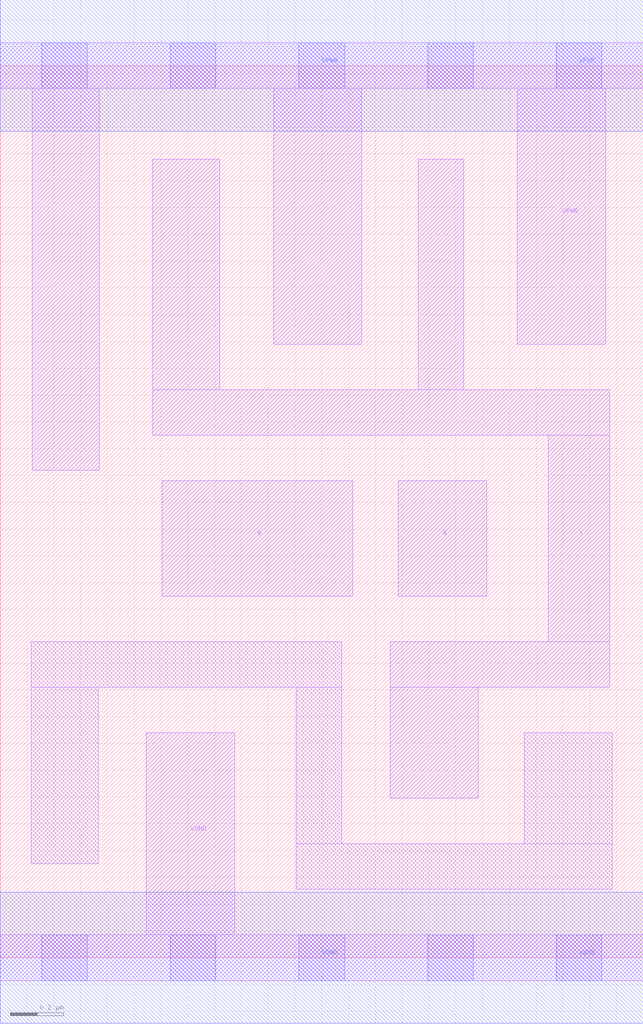
<source format=lef>
# Copyright 2020 The SkyWater PDK Authors
#
# Licensed under the Apache License, Version 2.0 (the "License");
# you may not use this file except in compliance with the License.
# You may obtain a copy of the License at
#
#     https://www.apache.org/licenses/LICENSE-2.0
#
# Unless required by applicable law or agreed to in writing, software
# distributed under the License is distributed on an "AS IS" BASIS,
# WITHOUT WARRANTIES OR CONDITIONS OF ANY KIND, either express or implied.
# See the License for the specific language governing permissions and
# limitations under the License.
#
# SPDX-License-Identifier: Apache-2.0

VERSION 5.7 ;
  NAMESCASESENSITIVE ON ;
  NOWIREEXTENSIONATPIN ON ;
  DIVIDERCHAR "/" ;
  BUSBITCHARS "[]" ;
UNITS
  DATABASE MICRONS 200 ;
END UNITS
MACRO sky130_fd_sc_ls__nand2_2
  CLASS CORE ;
  SOURCE USER ;
  FOREIGN sky130_fd_sc_ls__nand2_2 ;
  ORIGIN  0.000000  0.000000 ;
  SIZE  2.400000 BY  3.330000 ;
  SYMMETRY X Y ;
  SITE unit ;
  PIN A
    ANTENNAGATEAREA  0.558000 ;
    DIRECTION INPUT ;
    USE SIGNAL ;
    PORT
      LAYER li1 ;
        RECT 1.485000 1.350000 1.815000 1.780000 ;
    END
  END A
  PIN B
    ANTENNAGATEAREA  0.558000 ;
    DIRECTION INPUT ;
    USE SIGNAL ;
    PORT
      LAYER li1 ;
        RECT 0.605000 1.350000 1.315000 1.780000 ;
    END
  END B
  PIN Y
    ANTENNADIFFAREA  0.916200 ;
    DIRECTION OUTPUT ;
    USE SIGNAL ;
    PORT
      LAYER li1 ;
        RECT 0.570000 1.950000 2.275000 2.120000 ;
        RECT 0.570000 2.120000 0.820000 2.980000 ;
        RECT 1.455000 0.595000 1.785000 1.010000 ;
        RECT 1.455000 1.010000 2.275000 1.180000 ;
        RECT 1.560000 2.120000 1.730000 2.980000 ;
        RECT 2.045000 1.180000 2.275000 1.950000 ;
    END
  END Y
  PIN VGND
    DIRECTION INOUT ;
    SHAPE ABUTMENT ;
    USE GROUND ;
    PORT
      LAYER li1 ;
        RECT 0.000000 -0.085000 2.400000 0.085000 ;
        RECT 0.545000  0.085000 0.875000 0.840000 ;
      LAYER mcon ;
        RECT 0.155000 -0.085000 0.325000 0.085000 ;
        RECT 0.635000 -0.085000 0.805000 0.085000 ;
        RECT 1.115000 -0.085000 1.285000 0.085000 ;
        RECT 1.595000 -0.085000 1.765000 0.085000 ;
        RECT 2.075000 -0.085000 2.245000 0.085000 ;
      LAYER met1 ;
        RECT 0.000000 -0.245000 2.400000 0.245000 ;
    END
  END VGND
  PIN VPWR
    DIRECTION INOUT ;
    SHAPE ABUTMENT ;
    USE POWER ;
    PORT
      LAYER li1 ;
        RECT 0.000000 3.245000 2.400000 3.415000 ;
        RECT 0.120000 1.820000 0.370000 3.245000 ;
        RECT 1.020000 2.290000 1.350000 3.245000 ;
        RECT 1.930000 2.290000 2.260000 3.245000 ;
      LAYER mcon ;
        RECT 0.155000 3.245000 0.325000 3.415000 ;
        RECT 0.635000 3.245000 0.805000 3.415000 ;
        RECT 1.115000 3.245000 1.285000 3.415000 ;
        RECT 1.595000 3.245000 1.765000 3.415000 ;
        RECT 2.075000 3.245000 2.245000 3.415000 ;
      LAYER met1 ;
        RECT 0.000000 3.085000 2.400000 3.575000 ;
    END
  END VPWR
  OBS
    LAYER li1 ;
      RECT 0.115000 0.350000 0.365000 1.010000 ;
      RECT 0.115000 1.010000 1.275000 1.180000 ;
      RECT 1.105000 0.255000 2.285000 0.425000 ;
      RECT 1.105000 0.425000 1.275000 1.010000 ;
      RECT 1.955000 0.425000 2.285000 0.840000 ;
  END
END sky130_fd_sc_ls__nand2_2

</source>
